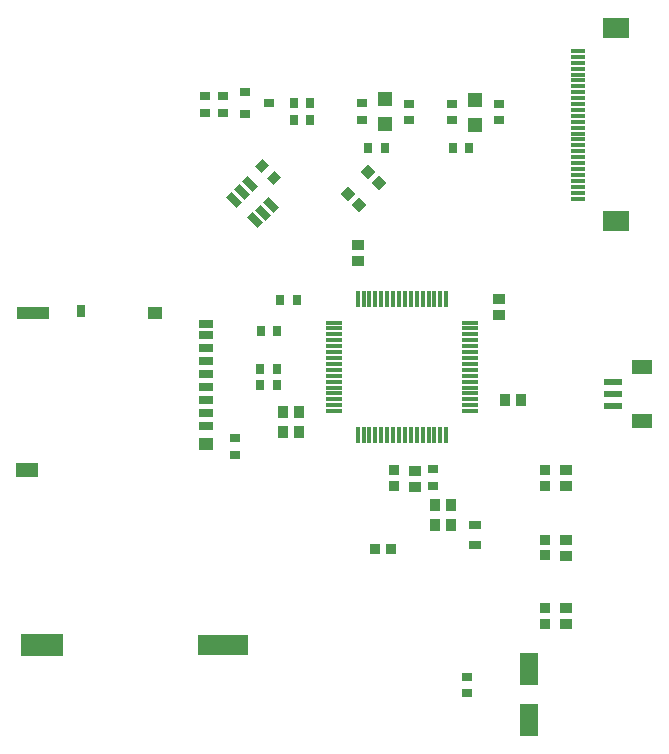
<source format=gbr>
%TF.GenerationSoftware,Altium Limited,Altium Designer,23.3.1 (30)*%
G04 Layer_Color=8421504*
%FSLAX25Y25*%
%MOIN*%
%TF.SameCoordinates,70BEFA69-D3B7-480D-BB84-950A8577B244*%
%TF.FilePolarity,Positive*%
%TF.FileFunction,Paste,Top*%
%TF.Part,Single*%
G01*
G75*
%TA.AperFunction,SMDPad,CuDef*%
%ADD10R,0.06299X0.11024*%
%ADD11R,0.03740X0.03347*%
%ADD12R,0.08661X0.07087*%
%ADD13R,0.05118X0.01181*%
%ADD14R,0.03543X0.03150*%
%ADD15R,0.03150X0.03543*%
G04:AMPARAMS|DCode=16|XSize=47.24mil|YSize=23.62mil|CornerRadius=0mil|HoleSize=0mil|Usage=FLASHONLY|Rotation=315.000|XOffset=0mil|YOffset=0mil|HoleType=Round|Shape=Rectangle|*
%AMROTATEDRECTD16*
4,1,4,-0.02506,0.00835,-0.00835,0.02506,0.02506,-0.00835,0.00835,-0.02506,-0.02506,0.00835,0.0*
%
%ADD16ROTATEDRECTD16*%

G04:AMPARAMS|DCode=17|XSize=35.43mil|YSize=31.5mil|CornerRadius=0mil|HoleSize=0mil|Usage=FLASHONLY|Rotation=45.000|XOffset=0mil|YOffset=0mil|HoleType=Round|Shape=Rectangle|*
%AMROTATEDRECTD17*
4,1,4,-0.00139,-0.02366,-0.02366,-0.00139,0.00139,0.02366,0.02366,0.00139,-0.00139,-0.02366,0.0*
%
%ADD17ROTATEDRECTD17*%

%TA.AperFunction,ConnectorPad*%
%ADD18R,0.04724X0.02756*%
%ADD19R,0.04724X0.03937*%
%ADD20R,0.03150X0.03937*%
%ADD21R,0.11024X0.03937*%
%ADD22R,0.07480X0.05118*%
%TA.AperFunction,SMDPad,CuDef*%
%ADD23R,0.03543X0.03937*%
%ADD24R,0.03937X0.03543*%
%ADD25R,0.03543X0.03150*%
%ADD26R,0.04449X0.02992*%
%TA.AperFunction,ConnectorPad*%
%ADD27R,0.13858X0.07362*%
%ADD28R,0.17008X0.07165*%
%TA.AperFunction,SMDPad,CuDef*%
G04:AMPARAMS|DCode=29|XSize=37.4mil|YSize=33.47mil|CornerRadius=0mil|HoleSize=0mil|Usage=FLASHONLY|Rotation=225.000|XOffset=0mil|YOffset=0mil|HoleType=Round|Shape=Rectangle|*
%AMROTATEDRECTD29*
4,1,4,0.00139,0.02506,0.02506,0.00139,-0.00139,-0.02506,-0.02506,-0.00139,0.00139,0.02506,0.0*
%
%ADD29ROTATEDRECTD29*%

%ADD30R,0.03347X0.03740*%
%TA.AperFunction,ConnectorPad*%
%ADD31R,0.06102X0.02362*%
%ADD32R,0.07087X0.04724*%
%TA.AperFunction,SMDPad,CuDef*%
%ADD33R,0.01181X0.05807*%
%ADD34R,0.05807X0.01181*%
%ADD35R,0.04724X0.04724*%
D10*
X503500Y201535D02*
D03*
Y218465D02*
D03*
D11*
X509000Y261500D02*
D03*
Y256382D02*
D03*
Y284618D02*
D03*
Y279500D02*
D03*
X458500Y284559D02*
D03*
Y279441D02*
D03*
X509000Y238559D02*
D03*
Y233441D02*
D03*
D12*
X532795Y431882D02*
D03*
Y367709D02*
D03*
D13*
X520000Y424402D02*
D03*
Y422433D02*
D03*
Y420465D02*
D03*
Y418496D02*
D03*
Y416528D02*
D03*
Y414559D02*
D03*
Y412591D02*
D03*
Y410622D02*
D03*
Y408653D02*
D03*
Y406685D02*
D03*
Y404716D02*
D03*
Y402748D02*
D03*
Y400779D02*
D03*
Y398811D02*
D03*
Y396843D02*
D03*
Y394874D02*
D03*
Y392905D02*
D03*
Y390937D02*
D03*
Y388968D02*
D03*
Y387000D02*
D03*
Y385032D02*
D03*
Y383063D02*
D03*
Y381095D02*
D03*
Y379126D02*
D03*
Y377157D02*
D03*
Y375189D02*
D03*
D14*
X478000Y406756D02*
D03*
Y401244D02*
D03*
X448000Y407000D02*
D03*
Y401488D02*
D03*
X395500Y403744D02*
D03*
Y409256D02*
D03*
X401500Y409256D02*
D03*
Y403744D02*
D03*
X405500Y289744D02*
D03*
Y295256D02*
D03*
X471500Y285000D02*
D03*
Y279488D02*
D03*
X483000Y210244D02*
D03*
Y215756D02*
D03*
X493500Y406756D02*
D03*
Y401244D02*
D03*
X463500Y406756D02*
D03*
Y401244D02*
D03*
D15*
X455500Y392000D02*
D03*
X449988D02*
D03*
X414000Y318500D02*
D03*
X419512D02*
D03*
Y313000D02*
D03*
X414000D02*
D03*
X483756Y392000D02*
D03*
X478244D02*
D03*
X425244Y407000D02*
D03*
X430756D02*
D03*
X425244Y401500D02*
D03*
X430756D02*
D03*
X420744Y341500D02*
D03*
X426256D02*
D03*
X414244Y331000D02*
D03*
X419756D02*
D03*
D16*
X410665Y380124D02*
D03*
X408020Y377480D02*
D03*
X405375Y374835D02*
D03*
X412335Y367876D02*
D03*
X414980Y370520D02*
D03*
X417625Y373165D02*
D03*
D17*
X414603Y385897D02*
D03*
X418500Y382000D02*
D03*
D18*
X395807Y299402D02*
D03*
Y303732D02*
D03*
Y308063D02*
D03*
Y312394D02*
D03*
Y316724D02*
D03*
Y321055D02*
D03*
Y325386D02*
D03*
Y329716D02*
D03*
Y333457D02*
D03*
D19*
Y293299D02*
D03*
X378878Y337197D02*
D03*
D20*
X354468Y337787D02*
D03*
D21*
X338327Y337197D02*
D03*
D22*
X336358Y284638D02*
D03*
D23*
X427000Y304000D02*
D03*
X421685D02*
D03*
X427000Y297500D02*
D03*
X421685D02*
D03*
X495500Y308000D02*
D03*
X500815D02*
D03*
X477500Y273000D02*
D03*
X472185D02*
D03*
X477500Y266500D02*
D03*
X472185D02*
D03*
D24*
X446500Y354500D02*
D03*
Y359815D02*
D03*
X493500Y341657D02*
D03*
Y336343D02*
D03*
X465500Y284500D02*
D03*
Y279185D02*
D03*
X516000Y238815D02*
D03*
Y233500D02*
D03*
Y261500D02*
D03*
Y256185D02*
D03*
Y284658D02*
D03*
Y279343D02*
D03*
D25*
X409063Y410740D02*
D03*
Y403260D02*
D03*
X416937Y407000D02*
D03*
D26*
X485500Y266445D02*
D03*
Y259555D02*
D03*
D27*
X341181Y226500D02*
D03*
D28*
X401653D02*
D03*
D29*
X446809Y373190D02*
D03*
X443190Y376810D02*
D03*
X453619Y380381D02*
D03*
X450000Y384000D02*
D03*
D30*
X457559Y258500D02*
D03*
X452441D02*
D03*
D31*
X531500Y306000D02*
D03*
Y309937D02*
D03*
Y313874D02*
D03*
D32*
X541441Y300882D02*
D03*
Y318992D02*
D03*
D33*
X446531Y296500D02*
D03*
X448500D02*
D03*
X450468D02*
D03*
X452437D02*
D03*
X454405Y296500D02*
D03*
X456374Y296500D02*
D03*
X458343D02*
D03*
X460311D02*
D03*
X462280D02*
D03*
X464248D02*
D03*
X466217D02*
D03*
X468185Y296500D02*
D03*
X470154Y296500D02*
D03*
X472122D02*
D03*
X474091D02*
D03*
X476059D02*
D03*
Y341681D02*
D03*
X474091D02*
D03*
X472122D02*
D03*
X470154D02*
D03*
X468185Y341681D02*
D03*
X466217Y341681D02*
D03*
X464248D02*
D03*
X462280D02*
D03*
X460311D02*
D03*
X458343D02*
D03*
X456374D02*
D03*
X454405Y341681D02*
D03*
X452437Y341681D02*
D03*
X450468D02*
D03*
X448500D02*
D03*
X446531D02*
D03*
D34*
X483886Y304327D02*
D03*
Y306295D02*
D03*
Y308264D02*
D03*
Y310232D02*
D03*
X483886Y312201D02*
D03*
X483886Y314169D02*
D03*
Y316138D02*
D03*
Y318106D02*
D03*
Y320075D02*
D03*
Y322043D02*
D03*
Y324012D02*
D03*
X483886Y325980D02*
D03*
X483886Y327949D02*
D03*
Y329917D02*
D03*
Y331886D02*
D03*
Y333854D02*
D03*
X438705D02*
D03*
Y331886D02*
D03*
Y329917D02*
D03*
Y327949D02*
D03*
X438705Y325980D02*
D03*
X438705Y324012D02*
D03*
Y322043D02*
D03*
Y320075D02*
D03*
Y318106D02*
D03*
Y316138D02*
D03*
Y314169D02*
D03*
X438705Y312201D02*
D03*
X438705Y310232D02*
D03*
Y308264D02*
D03*
Y306295D02*
D03*
Y304327D02*
D03*
D35*
X455500Y408268D02*
D03*
Y400000D02*
D03*
X485500Y408134D02*
D03*
Y399866D02*
D03*
%TF.MD5,61c8cdfee41d4c6be692522ed9561ba7*%
M02*

</source>
